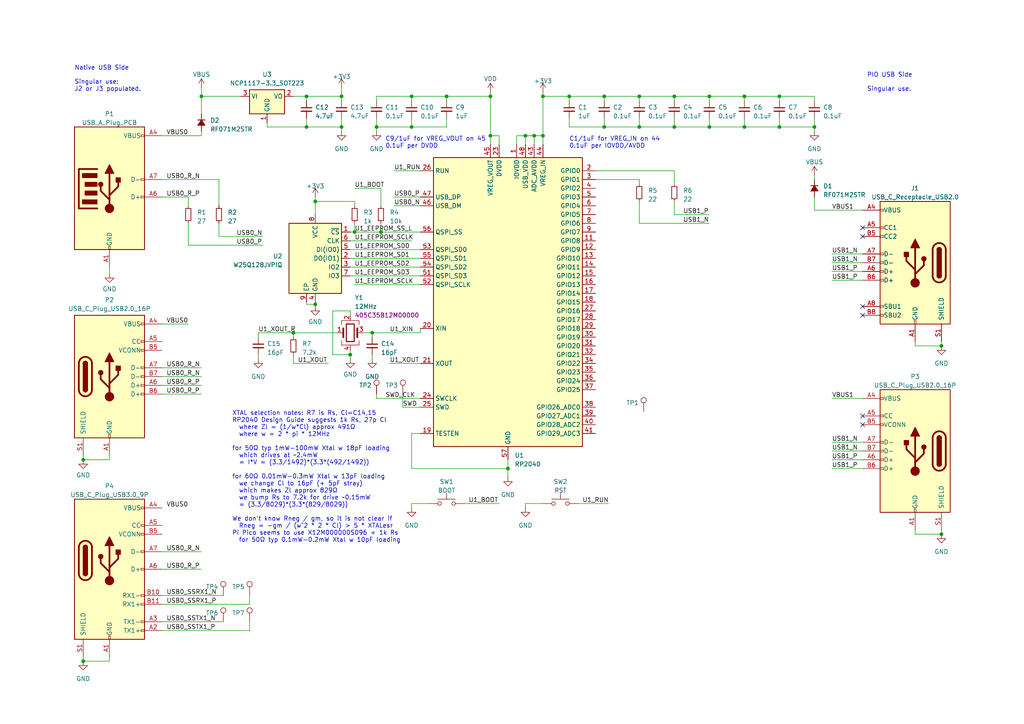
<source format=kicad_sch>
(kicad_sch (version 20230121) (generator eeschema)
  (paper "A4")
  (lib_symbols
    (symbol "Connector:TestPoint" (pin_numbers hide) (pin_names (offset 0.762) hide)
      (property "Reference" "TP" (at 0 6.858 0))
      (property "Value" "TestPoint" (at 0 5.08 0))
      (symbol "TestPoint_1_1"
        (pin passive line (at 0 0 90) (length 2.54) (name "1") (number "1"))
      )
    )
    (symbol "Connector:USB_C_Receptacle_USB2.0" (pin_names (offset 1.016))
      (property "Reference" "J" (at -10.16 19.05 0))
      (property "Value" "USB_C_Receptacle_USB2.0" (at 19.05 19.05 0))
      (symbol "USB_C_Receptacle_USB2.0_1_1"
        (pin passive line (at 0 -22.86 90) (length 5.08) (name "GND") (number "A1"))
        (pin passive line (at 0 -22.86 90) (length 5.08) hide (name "GND") (number "A12"))
        (pin passive line (at 15.24 15.24 180) (length 5.08) (name "VBUS") (number "A4"))
        (pin bidirectional line (at 15.24 10.16 180) (length 5.08) (name "CC1") (number "A5"))
        (pin bidirectional line (at 15.24 -2.54 180) (length 5.08) (name "D+") (number "A6"))
        (pin bidirectional line (at 15.24 2.54 180) (length 5.08) (name "D-") (number "A7"))
        (pin bidirectional line (at 15.24 -12.7 180) (length 5.08) (name "SBU1") (number "A8"))
        (pin passive line (at 15.24 15.24 180) (length 5.08) hide (name "VBUS") (number "A9"))
        (pin passive line (at 0 -22.86 90) (length 5.08) hide (name "GND") (number "B1"))
        (pin passive line (at 0 -22.86 90) (length 5.08) hide (name "GND") (number "B12"))
        (pin passive line (at 15.24 15.24 180) (length 5.08) hide (name "VBUS") (number "B4"))
        (pin bidirectional line (at 15.24 7.62 180) (length 5.08) (name "CC2") (number "B5"))
        (pin bidirectional line (at 15.24 -5.08 180) (length 5.08) (name "D+") (number "B6"))
        (pin bidirectional line (at 15.24 0 180) (length 5.08) (name "D-") (number "B7"))
        (pin bidirectional line (at 15.24 -15.24 180) (length 5.08) (name "SBU2") (number "B8"))
        (pin passive line (at 15.24 15.24 180) (length 5.08) hide (name "VBUS") (number "B9"))
        (pin passive line (at -7.62 -22.86 90) (length 5.08) (name "SHIELD") (number "S1"))
      )
    )
    (symbol "Device:C_Small" (pin_numbers hide) (pin_names (offset 0.254) hide)
      (property "Reference" "C" (at 0.254 1.778 0))
      (property "Value" "C_Small" (at 0.254 -2.032 0))
      (symbol "C_Small_1_1"
        (pin passive line (at 0 2.54 270) (length 2.032) (name "~") (number "1"))
        (pin passive line (at 0 -2.54 90) (length 2.032) (name "~") (number "2"))
      )
    )
    (symbol "Device:Crystal_GND24" (pin_names (offset 1.016) hide)
      (property "Reference" "Y" (at 3.175 5.08 0))
      (property "Value" "Crystal_GND24" (at 3.175 3.175 0))
      (symbol "Crystal_GND24_1_1"
        (pin passive line (at -3.81 0 0) (length 1.27) (name "1") (number "1"))
        (pin passive line (at 0 5.08 270) (length 1.27) (name "2") (number "2"))
        (pin passive line (at 3.81 0 180) (length 1.27) (name "3") (number "3"))
        (pin passive line (at 0 -5.08 90) (length 1.27) (name "4") (number "4"))
      )
    )
    (symbol "Device:D_Small_Filled" (pin_numbers hide) (pin_names (offset 0.254) hide)
      (property "Reference" "D" (at -1.27 2.032 0))
      (property "Value" "D_Small_Filled" (at -3.81 -2.032 0))
      (symbol "D_Small_Filled_1_1"
        (pin passive line (at -2.54 0 0) (length 1.778) (name "K") (number "1"))
        (pin passive line (at 2.54 0 180) (length 1.778) (name "A") (number "2"))
      )
    )
    (symbol "Device:R_Small" (pin_numbers hide) (pin_names (offset 0.254) hide)
      (property "Reference" "R" (at 0.762 0.508 0))
      (property "Value" "R_Small" (at 0.762 -1.016 0))
      (symbol "R_Small_1_1"
        (pin passive line (at 0 2.54 270) (length 0.762) (name "~") (number "1"))
        (pin passive line (at 0 -2.54 90) (length 0.762) (name "~") (number "2"))
      )
    )
    (symbol "MCU_RaspberryPi:RP2040"
      (property "Reference" "U" (at 17.78 45.72 0))
      (property "Value" "RP2040" (at 17.78 43.18 0))
      (symbol "RP2040_1_1"
        (pin power_in line (at 2.54 45.72 270) (length 3.81) (name "IOVDD") (number "1"))
        (pin passive line (at 2.54 45.72 270) (length 3.81) hide (name "IOVDD") (number "10"))
        (pin bidirectional line (at 25.4 17.78 180) (length 3.81) (name "GPIO8") (number "11"))
        (pin bidirectional line (at 25.4 15.24 180) (length 3.81) (name "GPIO9") (number "12"))
        (pin bidirectional line (at 25.4 12.7 180) (length 3.81) (name "GPIO10") (number "13"))
        (pin bidirectional line (at 25.4 10.16 180) (length 3.81) (name "GPIO11") (number "14"))
        (pin bidirectional line (at 25.4 7.62 180) (length 3.81) (name "GPIO12") (number "15"))
        (pin bidirectional line (at 25.4 5.08 180) (length 3.81) (name "GPIO13") (number "16"))
        (pin bidirectional line (at 25.4 2.54 180) (length 3.81) (name "GPIO14") (number "17"))
        (pin bidirectional line (at 25.4 0 180) (length 3.81) (name "GPIO15") (number "18"))
        (pin input line (at -25.4 -38.1 0) (length 3.81) (name "TESTEN") (number "19"))
        (pin bidirectional line (at 25.4 38.1 180) (length 3.81) (name "GPIO0") (number "2"))
        (pin input line (at -25.4 -7.62 0) (length 3.81) (name "XIN") (number "20"))
        (pin passive line (at -25.4 -17.78 0) (length 3.81) (name "XOUT") (number "21"))
        (pin passive line (at 2.54 45.72 270) (length 3.81) hide (name "IOVDD") (number "22"))
        (pin power_in line (at -2.54 45.72 270) (length 3.81) (name "DVDD") (number "23"))
        (pin input line (at -25.4 -27.94 0) (length 3.81) (name "SWCLK") (number "24"))
        (pin bidirectional line (at -25.4 -30.48 0) (length 3.81) (name "SWD") (number "25"))
        (pin input line (at -25.4 38.1 0) (length 3.81) (name "RUN") (number "26"))
        (pin bidirectional line (at 25.4 -2.54 180) (length 3.81) (name "GPIO16") (number "27"))
        (pin bidirectional line (at 25.4 -5.08 180) (length 3.81) (name "GPIO17") (number "28"))
        (pin bidirectional line (at 25.4 -7.62 180) (length 3.81) (name "GPIO18") (number "29"))
        (pin bidirectional line (at 25.4 35.56 180) (length 3.81) (name "GPIO1") (number "3"))
        (pin bidirectional line (at 25.4 -10.16 180) (length 3.81) (name "GPIO19") (number "30"))
        (pin bidirectional line (at 25.4 -12.7 180) (length 3.81) (name "GPIO20") (number "31"))
        (pin bidirectional line (at 25.4 -15.24 180) (length 3.81) (name "GPIO21") (number "32"))
        (pin passive line (at 2.54 45.72 270) (length 3.81) hide (name "IOVDD") (number "33"))
        (pin bidirectional line (at 25.4 -17.78 180) (length 3.81) (name "GPIO22") (number "34"))
        (pin bidirectional line (at 25.4 -20.32 180) (length 3.81) (name "GPIO23") (number "35"))
        (pin bidirectional line (at 25.4 -22.86 180) (length 3.81) (name "GPIO24") (number "36"))
        (pin bidirectional line (at 25.4 -25.4 180) (length 3.81) (name "GPIO25") (number "37"))
        (pin bidirectional line (at 25.4 -30.48 180) (length 3.81) (name "GPIO26_ADC0") (number "38"))
        (pin bidirectional line (at 25.4 -33.02 180) (length 3.81) (name "GPIO27_ADC1") (number "39"))
        (pin bidirectional line (at 25.4 33.02 180) (length 3.81) (name "GPIO2") (number "4"))
        (pin bidirectional line (at 25.4 -35.56 180) (length 3.81) (name "GPIO28_ADC2") (number "40"))
        (pin bidirectional line (at 25.4 -38.1 180) (length 3.81) (name "GPIO29_ADC3") (number "41"))
        (pin passive line (at 2.54 45.72 270) (length 3.81) hide (name "IOVDD") (number "42"))
        (pin power_in line (at 7.62 45.72 270) (length 3.81) (name "ADC_AVDD") (number "43"))
        (pin power_in line (at 10.16 45.72 270) (length 3.81) (name "VREG_IN") (number "44"))
        (pin power_out line (at -5.08 45.72 270) (length 3.81) (name "VREG_VOUT") (number "45"))
        (pin bidirectional line (at -25.4 27.94 0) (length 3.81) (name "USB_DM") (number "46"))
        (pin bidirectional line (at -25.4 30.48 0) (length 3.81) (name "USB_DP") (number "47"))
        (pin power_in line (at 5.08 45.72 270) (length 3.81) (name "USB_VDD") (number "48"))
        (pin passive line (at 2.54 45.72 270) (length 3.81) hide (name "IOVDD") (number "49"))
        (pin bidirectional line (at 25.4 30.48 180) (length 3.81) (name "GPIO3") (number "5"))
        (pin passive line (at -2.54 45.72 270) (length 3.81) hide (name "DVDD") (number "50"))
        (pin bidirectional line (at -25.4 7.62 0) (length 3.81) (name "QSPI_SD3") (number "51"))
        (pin output line (at -25.4 5.08 0) (length 3.81) (name "QSPI_SCLK") (number "52"))
        (pin bidirectional line (at -25.4 15.24 0) (length 3.81) (name "QSPI_SD0") (number "53"))
        (pin bidirectional line (at -25.4 10.16 0) (length 3.81) (name "QSPI_SD2") (number "54"))
        (pin bidirectional line (at -25.4 12.7 0) (length 3.81) (name "QSPI_SD1") (number "55"))
        (pin bidirectional line (at -25.4 20.32 0) (length 3.81) (name "QSPI_SS") (number "56"))
        (pin power_in line (at 0 -45.72 90) (length 3.81) (name "GND") (number "57"))
        (pin bidirectional line (at 25.4 27.94 180) (length 3.81) (name "GPIO4") (number "6"))
        (pin bidirectional line (at 25.4 25.4 180) (length 3.81) (name "GPIO5") (number "7"))
        (pin bidirectional line (at 25.4 22.86 180) (length 3.81) (name "GPIO6") (number "8"))
        (pin bidirectional line (at 25.4 20.32 180) (length 3.81) (name "GPIO7") (number "9"))
      )
    )
    (symbol "Memory_Flash:W25Q32JVZP"
      (property "Reference" "U" (at -6.35 11.43 0))
      (property "Value" "W25Q32JVZP" (at 7.62 11.43 0))
      (symbol "W25Q32JVZP_1_1"
        (pin input line (at -10.16 7.62 0) (length 2.54) (name "~{CS}") (number "1"))
        (pin bidirectional line (at -10.16 0 0) (length 2.54) (name "DO(IO1)") (number "2"))
        (pin bidirectional line (at -10.16 -2.54 0) (length 2.54) (name "IO2") (number "3"))
        (pin power_in line (at 0 -12.7 90) (length 2.54) (name "GND") (number "4"))
        (pin bidirectional line (at -10.16 2.54 0) (length 2.54) (name "DI(IO0)") (number "5"))
        (pin input line (at -10.16 5.08 0) (length 2.54) (name "CLK") (number "6"))
        (pin bidirectional line (at -10.16 -5.08 0) (length 2.54) (name "IO3") (number "7"))
        (pin power_in line (at 0 12.7 270) (length 2.54) (name "VCC") (number "8"))
        (pin passive line (at 2.54 -12.7 90) (length 2.54) (name "EP") (number "9"))
      )
    )
    (symbol "Regulator_Linear:NCP1117-3.3_SOT223"
      (property "Reference" "U" (at -3.81 3.175 0))
      (property "Value" "NCP1117-3.3_SOT223" (at 0 3.175 0))
      (symbol "NCP1117-3.3_SOT223_1_1"
        (pin power_in line (at 0 -7.62 90) (length 2.54) (name "GND") (number "1"))
        (pin power_out line (at 7.62 0 180) (length 2.54) (name "VO") (number "2"))
        (pin power_in line (at -7.62 0 0) (length 2.54) (name "VI") (number "3"))
      )
    )
    (symbol "Switch:SW_Push" (pin_numbers hide) (pin_names (offset 1.016) hide)
      (property "Reference" "SW" (at 1.27 2.54 0))
      (property "Value" "SW_Push" (at 0 -1.524 0))
      (symbol "SW_Push_0_1"
        (pin passive line (at -5.08 0 0) (length 2.54) (name "1") (number "1"))
        (pin passive line (at 5.08 0 180) (length 2.54) (name "2") (number "2"))
      )
    )
    (symbol "power:+3V3" (power) (pin_names (offset 0))
      (property "Value" "+3V3" (at 0 3.556 0))
      (symbol "+3V3_1_1"
        (pin power_in line (at 0 0 90) (length 0) hide (name "+3V3") (number "1"))
      )
    )
    (symbol "power:GND" (power) (pin_names (offset 0))
      (property "Value" "GND" (at 0 -3.81 0))
      (symbol "GND_1_1"
        (pin power_in line (at 0 0 270) (length 0) hide (name "GND") (number "1"))
      )
    )
    (symbol "power:VBUS" (power) (pin_names (offset 0))
      (property "Value" "VBUS" (at 0 3.81 0))
      (symbol "VBUS_1_1"
        (pin power_in line (at 0 0 90) (length 0) hide (name "VBUS") (number "1"))
      )
    )
    (symbol "power:VDD" (power) (pin_names (offset 0))
      (property "Value" "VDD" (at 0 3.81 0))
      (symbol "VDD_1_1"
        (pin power_in line (at 0 0 90) (length 0) hide (name "VDD") (number "1"))
      )
    )
    (symbol "uart-friend2-usb:USB_A_Plug_PCB" (pin_names (offset 1.016))
      (property "Reference" "P" (at -10.16 19.05 0))
      (property "Value" "USB_A_Plug_PCB" (at 12.7 19.05 0))
      (symbol "USB_A_Plug_PCB_1_1"
        (pin passive line (at 0 -22.86 90) (length 5.08) (name "GND") (number "A1"))
        (pin passive line (at 0 -22.86 90) (length 5.08) hide (name "GND") (number "A12"))
        (pin passive line (at 15.24 15.24 180) (length 5.08) (name "VBUS") (number "A4"))
        (pin bidirectional line (at 15.24 -2.54 180) (length 5.08) (name "D+") (number "A6"))
        (pin bidirectional line (at 15.24 2.54 180) (length 5.08) (name "D-") (number "A7"))
        (pin passive line (at 15.24 15.24 180) (length 5.08) hide (name "VBUS") (number "A9"))
        (pin passive line (at 0 -22.86 90) (length 5.08) hide (name "GND") (number "B1"))
        (pin passive line (at 0 -22.86 90) (length 5.08) hide (name "GND") (number "B12"))
        (pin passive line (at 15.24 15.24 180) (length 5.08) hide (name "VBUS") (number "B4"))
        (pin passive line (at 15.24 15.24 180) (length 5.08) hide (name "VBUS") (number "B9"))
      )
    )
    (symbol "uart-friend2-usb:USB_C_Plug_USB2.0_16P" (pin_names (offset 1.016))
      (property "Reference" "P" (at -10.16 19.05 0))
      (property "Value" "USB_C_Plug_USB2.0_16P" (at 12.7 19.05 0))
      (symbol "USB_C_Plug_USB2.0_16P_1_1"
        (pin passive line (at 0 -22.86 90) (length 5.08) (name "GND") (number "A1"))
        (pin passive line (at 0 -22.86 90) (length 5.08) hide (name "GND") (number "A12"))
        (pin passive line (at 15.24 15.24 180) (length 5.08) (name "VBUS") (number "A4"))
        (pin bidirectional line (at 15.24 10.16 180) (length 5.08) (name "CC") (number "A5"))
        (pin bidirectional line (at 15.24 -2.54 180) (length 5.08) (name "D+") (number "A6"))
        (pin bidirectional line (at 15.24 2.54 180) (length 5.08) (name "D-") (number "A7"))
        (pin passive line (at 15.24 15.24 180) (length 5.08) hide (name "VBUS") (number "A9"))
        (pin passive line (at 0 -22.86 90) (length 5.08) hide (name "GND") (number "B1"))
        (pin passive line (at 0 -22.86 90) (length 5.08) hide (name "GND") (number "B12"))
        (pin passive line (at 15.24 15.24 180) (length 5.08) hide (name "VBUS") (number "B4"))
        (pin bidirectional line (at 15.24 7.62 180) (length 5.08) (name "VCONN") (number "B5"))
        (pin bidirectional line (at 15.24 -5.08 180) (length 5.08) (name "D+") (number "B6"))
        (pin bidirectional line (at 15.24 0 180) (length 5.08) (name "D-") (number "B7"))
        (pin passive line (at 15.24 15.24 180) (length 5.08) hide (name "VBUS") (number "B9"))
        (pin passive line (at -7.62 -22.86 90) (length 5.08) (name "SHIELD") (number "S1"))
      )
    )
    (symbol "uart-friend2-usb:USB_C_Plug_USB3.0_9P" (pin_names (offset 1.016))
      (property "Reference" "P" (at -10.16 19.05 0))
      (property "Value" "USB_C_Plug_USB3.0_9P" (at 12.7 19.05 0))
      (symbol "USB_C_Plug_USB3.0_9P_1_1"
        (pin passive line (at 0 -27.94 90) (length 5.08) (name "GND") (number "A1"))
        (pin passive line (at 0 -27.94 90) (length 5.08) hide (name "GND") (number "A12"))
        (pin bidirectional line (at 15.24 -20.32 180) (length 5.08) (name "TX1+") (number "A2"))
        (pin bidirectional line (at 15.24 -17.78 180) (length 5.08) (name "TX1-") (number "A3"))
        (pin passive line (at 15.24 15.24 180) (length 5.08) (name "VBUS") (number "A4"))
        (pin bidirectional line (at 15.24 10.16 180) (length 5.08) (name "CC") (number "A5"))
        (pin bidirectional line (at 15.24 -2.54 180) (length 5.08) (name "D+") (number "A6"))
        (pin bidirectional line (at 15.24 2.54 180) (length 5.08) (name "D-") (number "A7"))
        (pin passive line (at 15.24 15.24 180) (length 5.08) hide (name "VBUS") (number "A9"))
        (pin passive line (at 0 -27.94 90) (length 5.08) hide (name "GND") (number "B1"))
        (pin bidirectional line (at 15.24 -10.16 180) (length 5.08) (name "RX1-") (number "B10"))
        (pin bidirectional line (at 15.24 -12.7 180) (length 5.08) (name "RX1+") (number "B11"))
        (pin passive line (at 0 -27.94 90) (length 5.08) hide (name "GND") (number "B12"))
        (pin passive line (at 15.24 15.24 180) (length 5.08) hide (name "VBUS") (number "B4"))
        (pin bidirectional line (at 15.24 7.62 180) (length 5.08) (name "VCONN") (number "B5"))
        (pin passive line (at 15.24 15.24 180) (length 5.08) hide (name "VBUS") (number "B9"))
        (pin passive line (at -7.62 -27.94 90) (length 5.08) (name "SHIELD") (number "S1"))
      )
    )
  )
  (junction (at 109.22 36.83))
  (junction (at 185.42 36.83))
  (junction (at 205.74 36.83))
  (junction (at 154.94 39.37))
  (junction (at 24.13 133.35))
  (junction (at 142.24 39.37))
  (junction (at 185.42 27.94))
  (junction (at 102.87 67.31))
  (junction (at 88.9 27.94))
  (junction (at 226.06 36.83))
  (junction (at 147.32 135.89))
  (junction (at 175.26 36.83))
  (junction (at 195.58 36.83))
  (junction (at 273.05 100.33))
  (junction (at 152.4 39.37))
  (junction (at 101.6 102.87))
  (junction (at 110.49 67.31))
  (junction (at 236.22 36.83))
  (junction (at 157.48 39.37))
  (junction (at 273.05 154.94))
  (junction (at 91.44 88.265))
  (junction (at 85.09 96.52))
  (junction (at 165.1 27.94))
  (junction (at 99.06 36.83))
  (junction (at 205.74 27.94))
  (junction (at 119.38 36.83))
  (junction (at 142.24 27.94))
  (junction (at 157.48 27.94))
  (junction (at 88.9 36.83))
  (junction (at 58.42 27.94))
  (junction (at 24.13 191.77))
  (junction (at 195.58 27.94))
  (junction (at 99.06 27.94))
  (junction (at 175.26 27.94))
  (junction (at 119.38 27.94))
  (junction (at 91.44 58.42))
  (junction (at 215.9 27.94))
  (junction (at 226.06 27.94))
  (junction (at 107.95 96.52))
  (junction (at 215.9 36.83))
  (junction (at 129.54 27.94))
  (no_connect (at 250.19 88.9))
  (no_connect (at 250.19 123.19))
  (no_connect (at 250.19 68.58))
  (no_connect (at 250.19 91.44))
  (no_connect (at 250.19 120.65))
  (no_connect (at 250.19 66.04))
  (wire (pts (xy 236.22 36.83) (xy 226.06 36.83)))
  (wire (pts (xy 101.6 74.93) (xy 121.92 74.93)))
  (wire (pts (xy 241.3 130.81) (xy 250.19 130.81)))
  (wire (pts (xy 236.22 50.8) (xy 236.22 52.07)))
  (wire (pts (xy 110.49 54.61) (xy 102.87 54.61)))
  (wire (pts (xy 241.3 133.35) (xy 250.19 133.35)))
  (wire (pts (xy 185.42 34.29) (xy 185.42 36.83)))
  (wire (pts (xy 46.99 175.26) (xy 72.39 175.26)))
  (wire (pts (xy 273.05 99.06) (xy 273.05 100.33)))
  (wire (pts (xy 205.74 29.21) (xy 205.74 27.94)))
  (wire (pts (xy 46.99 182.88) (xy 72.39 182.88)))
  (wire (pts (xy 102.87 67.31) (xy 110.49 67.31)))
  (wire (pts (xy 110.49 59.69) (xy 110.49 54.61)))
  (wire (pts (xy 134.62 146.05) (xy 144.78 146.05)))
  (wire (pts (xy 85.09 96.52) (xy 97.79 96.52)))
  (wire (pts (xy 107.95 96.52) (xy 107.95 97.79)))
  (wire (pts (xy 273.05 154.94) (xy 265.43 154.94)))
  (wire (pts (xy 114.3 49.53) (xy 121.92 49.53)))
  (wire (pts (xy 142.24 27.94) (xy 142.24 39.37)))
  (wire (pts (xy 102.87 82.55) (xy 121.92 82.55)))
  (wire (pts (xy 149.86 39.37) (xy 152.4 39.37)))
  (wire (pts (xy 54.61 71.12) (xy 54.61 64.77)))
  (wire (pts (xy 119.38 135.89) (xy 119.38 125.73)))
  (wire (pts (xy 88.9 36.83) (xy 88.9 34.29)))
  (wire (pts (xy 205.74 34.29) (xy 205.74 36.83)))
  (wire (pts (xy 114.3 59.69) (xy 121.92 59.69)))
  (wire (pts (xy 88.9 27.94) (xy 88.9 29.21)))
  (wire (pts (xy 175.26 36.83) (xy 165.1 36.83)))
  (wire (pts (xy 236.22 27.94) (xy 226.06 27.94)))
  (wire (pts (xy 109.22 27.94) (xy 109.22 29.21)))
  (wire (pts (xy 119.38 27.94) (xy 119.38 29.21)))
  (wire (pts (xy 175.26 29.21) (xy 175.26 27.94)))
  (wire (pts (xy 91.44 88.265) (xy 91.44 88.9)))
  (wire (pts (xy 152.4 147.32) (xy 152.4 146.05)))
  (wire (pts (xy 147.32 133.35) (xy 147.32 135.89)))
  (wire (pts (xy 175.26 27.94) (xy 165.1 27.94)))
  (wire (pts (xy 195.58 53.34) (xy 195.58 49.53)))
  (wire (pts (xy 91.44 87.63) (xy 91.44 88.265)))
  (wire (pts (xy 129.54 27.94) (xy 119.38 27.94)))
  (wire (pts (xy 205.74 27.94) (xy 195.58 27.94)))
  (wire (pts (xy 119.38 147.32) (xy 119.38 146.05)))
  (wire (pts (xy 109.22 36.83) (xy 109.22 38.1)))
  (wire (pts (xy 205.74 36.83) (xy 195.58 36.83)))
  (wire (pts (xy 241.3 135.89) (xy 250.19 135.89)))
  (wire (pts (xy 119.38 36.83) (xy 109.22 36.83)))
  (wire (pts (xy 142.24 26.67) (xy 142.24 27.94)))
  (wire (pts (xy 85.09 97.79) (xy 85.09 96.52)))
  (wire (pts (xy 215.9 34.29) (xy 215.9 36.83)))
  (wire (pts (xy 99.06 34.29) (xy 99.06 36.83)))
  (wire (pts (xy 215.9 27.94) (xy 205.74 27.94)))
  (wire (pts (xy 250.19 115.57) (xy 241.3 115.57)))
  (wire (pts (xy 185.42 52.07) (xy 185.42 53.34)))
  (wire (pts (xy 121.92 115.57) (xy 109.22 115.57)))
  (wire (pts (xy 265.43 99.06) (xy 265.43 100.33)))
  (wire (pts (xy 185.42 58.42) (xy 185.42 64.77)))
  (wire (pts (xy 58.42 33.02) (xy 58.42 27.94)))
  (wire (pts (xy 31.75 191.77) (xy 31.75 190.5)))
  (wire (pts (xy 241.3 76.2) (xy 250.19 76.2)))
  (wire (pts (xy 236.22 29.21) (xy 236.22 27.94)))
  (wire (pts (xy 46.99 180.34) (xy 64.77 180.34)))
  (wire (pts (xy 195.58 62.23) (xy 205.74 62.23)))
  (wire (pts (xy 195.58 49.53) (xy 172.72 49.53)))
  (wire (pts (xy 195.58 58.42) (xy 195.58 62.23)))
  (wire (pts (xy 250.19 60.96) (xy 236.22 60.96)))
  (wire (pts (xy 24.13 132.08) (xy 24.13 133.35)))
  (wire (pts (xy 96.52 102.87) (xy 96.52 90.17)))
  (wire (pts (xy 195.58 34.29) (xy 195.58 36.83)))
  (wire (pts (xy 101.6 77.47) (xy 121.92 77.47)))
  (wire (pts (xy 24.13 190.5) (xy 24.13 191.77)))
  (wire (pts (xy 107.95 96.52) (xy 121.92 96.52)))
  (wire (pts (xy 99.06 25.4) (xy 99.06 27.94)))
  (wire (pts (xy 46.99 109.22) (xy 58.42 109.22)))
  (wire (pts (xy 101.6 90.17) (xy 101.6 91.44)))
  (wire (pts (xy 116.84 118.11) (xy 121.92 118.11)))
  (wire (pts (xy 165.1 27.94) (xy 157.48 27.94)))
  (wire (pts (xy 77.47 36.83) (xy 77.47 35.56)))
  (wire (pts (xy 74.93 97.79) (xy 74.93 96.52)))
  (wire (pts (xy 54.61 59.69) (xy 54.61 57.15)))
  (wire (pts (xy 185.42 27.94) (xy 175.26 27.94)))
  (wire (pts (xy 63.5 68.58) (xy 76.2 68.58)))
  (wire (pts (xy 226.06 29.21) (xy 226.06 27.94)))
  (wire (pts (xy 172.72 52.07) (xy 185.42 52.07)))
  (wire (pts (xy 109.22 115.57) (xy 109.22 114.3)))
  (wire (pts (xy 46.99 172.72) (xy 64.77 172.72)))
  (wire (pts (xy 46.99 111.76) (xy 58.42 111.76)))
  (wire (pts (xy 175.26 34.29) (xy 175.26 36.83)))
  (wire (pts (xy 273.05 153.67) (xy 273.05 154.94)))
  (wire (pts (xy 119.38 34.29) (xy 119.38 36.83)))
  (wire (pts (xy 110.49 64.77) (xy 110.49 67.31)))
  (wire (pts (xy 152.4 39.37) (xy 154.94 39.37)))
  (wire (pts (xy 114.3 57.15) (xy 121.92 57.15)))
  (wire (pts (xy 101.6 80.01) (xy 121.92 80.01)))
  (wire (pts (xy 99.06 36.83) (xy 88.9 36.83)))
  (wire (pts (xy 109.22 34.29) (xy 109.22 36.83)))
  (wire (pts (xy 265.43 154.94) (xy 265.43 153.67)))
  (wire (pts (xy 101.6 102.87) (xy 96.52 102.87)))
  (wire (pts (xy 91.44 58.42) (xy 91.44 62.23)))
  (wire (pts (xy 58.42 38.1) (xy 58.42 39.37)))
  (wire (pts (xy 102.87 58.42) (xy 102.87 59.69)))
  (wire (pts (xy 46.99 106.68) (xy 58.42 106.68)))
  (wire (pts (xy 46.99 165.1) (xy 58.42 165.1)))
  (wire (pts (xy 157.48 39.37) (xy 157.48 41.91)))
  (wire (pts (xy 110.49 67.31) (xy 121.92 67.31)))
  (wire (pts (xy 241.3 81.28) (xy 250.19 81.28)))
  (wire (pts (xy 147.32 135.89) (xy 119.38 135.89)))
  (wire (pts (xy 58.42 25.4) (xy 58.42 27.94)))
  (wire (pts (xy 129.54 34.29) (xy 129.54 36.83)))
  (wire (pts (xy 101.6 101.6) (xy 101.6 102.87)))
  (wire (pts (xy 72.39 182.88) (xy 72.39 180.34)))
  (wire (pts (xy 58.42 39.37) (xy 46.99 39.37)))
  (wire (pts (xy 226.06 36.83) (xy 215.9 36.83)))
  (wire (pts (xy 185.42 36.83) (xy 175.26 36.83)))
  (wire (pts (xy 167.64 146.05) (xy 176.53 146.05)))
  (wire (pts (xy 157.48 27.94) (xy 157.48 39.37)))
  (wire (pts (xy 195.58 36.83) (xy 185.42 36.83)))
  (wire (pts (xy 76.2 71.12) (xy 54.61 71.12)))
  (wire (pts (xy 91.44 57.15) (xy 91.44 58.42)))
  (wire (pts (xy 101.6 102.87) (xy 101.6 104.14)))
  (wire (pts (xy 24.13 133.35) (xy 31.75 133.35)))
  (wire (pts (xy 147.32 135.89) (xy 147.32 138.43)))
  (wire (pts (xy 236.22 60.96) (xy 236.22 57.15)))
  (wire (pts (xy 101.6 67.31) (xy 102.87 67.31)))
  (wire (pts (xy 149.86 41.91) (xy 149.86 39.37)))
  (wire (pts (xy 165.1 29.21) (xy 165.1 27.94)))
  (wire (pts (xy 215.9 29.21) (xy 215.9 27.94)))
  (wire (pts (xy 101.6 69.85) (xy 119.38 69.85)))
  (wire (pts (xy 31.75 77.47) (xy 31.75 79.375)))
  (wire (pts (xy 185.42 29.21) (xy 185.42 27.94)))
  (wire (pts (xy 74.93 102.87) (xy 74.93 104.14)))
  (wire (pts (xy 241.3 128.27) (xy 250.19 128.27)))
  (wire (pts (xy 101.6 72.39) (xy 121.92 72.39)))
  (wire (pts (xy 99.06 36.83) (xy 99.06 38.1)))
  (wire (pts (xy 144.78 39.37) (xy 142.24 39.37)))
  (wire (pts (xy 195.58 29.21) (xy 195.58 27.94)))
  (wire (pts (xy 102.87 64.77) (xy 102.87 67.31)))
  (wire (pts (xy 152.4 146.05) (xy 157.48 146.05)))
  (wire (pts (xy 129.54 29.21) (xy 129.54 27.94)))
  (wire (pts (xy 154.94 41.91) (xy 154.94 39.37)))
  (wire (pts (xy 46.99 114.3) (xy 58.42 114.3)))
  (wire (pts (xy 241.3 78.74) (xy 250.19 78.74)))
  (wire (pts (xy 63.5 64.77) (xy 63.5 68.58)))
  (wire (pts (xy 46.99 160.02) (xy 58.42 160.02)))
  (wire (pts (xy 215.9 36.83) (xy 205.74 36.83)))
  (wire (pts (xy 54.61 57.15) (xy 46.99 57.15)))
  (wire (pts (xy 91.44 88.265) (xy 88.9 88.265)))
  (wire (pts (xy 236.22 36.83) (xy 236.22 38.1)))
  (wire (pts (xy 85.09 105.41) (xy 95.25 105.41)))
  (wire (pts (xy 88.9 27.94) (xy 99.06 27.94)))
  (wire (pts (xy 88.9 27.94) (xy 85.09 27.94)))
  (wire (pts (xy 154.94 39.37) (xy 157.48 39.37)))
  (wire (pts (xy 152.4 41.91) (xy 152.4 39.37)))
  (wire (pts (xy 195.58 27.94) (xy 185.42 27.94)))
  (wire (pts (xy 72.39 175.26) (xy 72.39 172.72)))
  (wire (pts (xy 226.06 34.29) (xy 226.06 36.83)))
  (wire (pts (xy 165.1 34.29) (xy 165.1 36.83)))
  (wire (pts (xy 226.06 27.94) (xy 215.9 27.94)))
  (wire (pts (xy 129.54 27.94) (xy 142.24 27.94)))
  (wire (pts (xy 63.5 52.07) (xy 46.99 52.07)))
  (wire (pts (xy 88.9 36.83) (xy 77.47 36.83)))
  (wire (pts (xy 74.93 96.52) (xy 85.09 96.52)))
  (wire (pts (xy 144.78 41.91) (xy 144.78 39.37)))
  (wire (pts (xy 58.42 27.94) (xy 69.85 27.94)))
  (wire (pts (xy 91.44 58.42) (xy 102.87 58.42)))
  (wire (pts (xy 236.22 34.29) (xy 236.22 36.83)))
  (wire (pts (xy 119.38 146.05) (xy 124.46 146.05)))
  (wire (pts (xy 46.99 93.98) (xy 54.61 93.98)))
  (wire (pts (xy 129.54 36.83) (xy 119.38 36.83)))
  (wire (pts (xy 119.38 27.94) (xy 109.22 27.94)))
  (wire (pts (xy 107.95 102.87) (xy 107.95 104.14)))
  (wire (pts (xy 24.13 191.77) (xy 31.75 191.77)))
  (wire (pts (xy 119.38 125.73) (xy 121.92 125.73)))
  (wire (pts (xy 99.06 27.94) (xy 99.06 29.21)))
  (wire (pts (xy 63.5 59.69) (xy 63.5 52.07)))
  (wire (pts (xy 142.24 39.37) (xy 142.24 41.91)))
  (wire (pts (xy 113.03 105.41) (xy 121.92 105.41)))
  (wire (pts (xy 116.84 114.3) (xy 116.84 118.11)))
  (wire (pts (xy 105.41 96.52) (xy 107.95 96.52)))
  (wire (pts (xy 121.92 96.52) (xy 121.92 95.25)))
  (wire (pts (xy 265.43 100.33) (xy 273.05 100.33)))
  (wire (pts (xy 241.3 73.66) (xy 250.19 73.66)))
  (wire (pts (xy 185.42 64.77) (xy 205.74 64.77)))
  (wire (pts (xy 85.09 102.87) (xy 85.09 105.41)))
  (wire (pts (xy 96.52 90.17) (xy 101.6 90.17)))
  (wire (pts (xy 31.75 132.08) (xy 31.75 133.35)))
  (wire (pts (xy 157.48 26.67) (xy 157.48 27.94)))
  (wire (pts (xy 88.9 88.265) (xy 88.9 87.63)))
  (text "Native USB Side\n\nSingular use;\nJ2 or J3 populated." (at 21.59 26.67 0) (effects (font (size 1.27 1.27)) (justify left bottom)))
  (text "C9/1uF for VREG_VOUT on 45\n0.1uF per DVDD" (at 111.76 43.18 0) (effects (font (size 1.27 1.27)) (justify left bottom)))
  (text "PIO USB Side\n\nSingular use." (at 251.46 26.67 0) (effects (font (size 1.27 1.27)) (justify left bottom)))
  (text "C1/1uF for VREG_IN on 44\n0.1uF per IOVDD/AVDD" (at 165.1 43.18 0) (effects (font (size 1.27 1.27)) (justify left bottom)))
  (text "XTAL selection notes: R7 is Rs, Cl=C14,15\nRP2040 Design Guide suggests 1k Rs, 27p Cl\n  where Zl = (1/w*Cl) approx 491Ω\n  where w = 2 * pi * 12MHz\n\nfor 50Ω typ 1mW-100mW Xtal w 18pF loading\n  which drives at ~2.4mW\n  = I*V = (3.3/1492)*(3.3*(492/1492))\n\nfor 60Ω 0.01mW-0.3mW Xtal w 13pF loading\n  we change Cl to 16pF (+ 5pF stray)\n  which makes Zl approx 829Ω\n  we bump Rs to 7.2k for drive ~0.15mW\n  = (3.3/8029)*(3.3*(829/8029))\n\nWe don't know Rneg / gm, so it is not clear if\n  Rneg = -gm / (w^2 * 2 * Cl) > 5 * XTALesr\nPi Pico seems to use X12M000000S096 + 1k Rs\n  for 50Ω typ 0.1mW-0.2mW Xtal w 10pF loading\n" (at 67.31 157.48 0) (effects (font (size 1.27 1.27)) (justify left bottom)))
  (label "U1_EEPROM_SS_L" (at 102.87 67.31 0))
  (label "U1_EEPROM_SD2" (at 102.8224 77.481 0))
  (label "U1_XOUT" (at 113.03 105.41 0))
  (label "USB1_P" (at 241.3 81.28 0))
  (label "U1_RUN" (at 168.91 146.05 0))
  (label "USB0_R_N" (at 48.26 106.68 0))
  (label "USB0_R_N" (at 48.26 52.07 0))
  (label "USB1_N" (at 241.3 130.81 0))
  (label "USB1_P" (at 241.3 135.89 0))
  (label "U1_XIN" (at 113.03 96.52 0))
  (label "U1_EEPROM_SD3" (at 102.87 80.01 0))
  (label "USB0_P" (at 68.58 71.12 0))
  (label "VBUS0" (at 48.26 147.32 0))
  (label "USB1_N" (at 241.3 128.27 0))
  (label "U1_XOUT_R" (at 74.93 96.52 0))
  (label "U1_BOOT" (at 102.87 54.61 0))
  (label "VBUS1" (at 241.3 115.57 0))
  (label "SWD_CLK" (at 111.76 115.57 0))
  (label "USB0_SSRX1_P" (at 48.26 175.26 0))
  (label "USB0_R_P" (at 48.26 114.3 0))
  (label "USB0_SSRX1_N" (at 48.26 172.72 0))
  (label "U1_EEPROM_SD1" (at 102.87 74.93 0))
  (label "U1_XOUT" (at 86.36 105.41 0))
  (label "U1_EEPROM_SCLK" (at 102.87 82.55 0))
  (label "U1_BOOT" (at 135.89 146.05 0))
  (label "VBUS0" (at 48.26 93.98 0))
  (label "USB1_P" (at 241.3 78.74 0))
  (label "USB0_N" (at 114.3 59.69 0))
  (label "USB0_N" (at 68.58 68.58 0))
  (label "USB0_R_N" (at 48.26 109.22 0))
  (label "USB0_SSTX1_P" (at 48.26 182.88 0))
  (label "USB1_N" (at 241.3 73.66 0))
  (label "USB1_P" (at 241.3 133.35 0))
  (label "USB0_R_P" (at 48.26 165.1 0))
  (label "SWD" (at 116.84 118.11 0))
  (label "U1_EEPROM_SD0" (at 102.87 72.39 0))
  (label "USB0_R_N" (at 48.26 160.02 0))
  (label "VBUS0" (at 48.26 39.37 0))
  (label "VBUS1" (at 241.3 60.96 0))
  (label "USB0_P" (at 114.3 57.15 0))
  (label "USB0_SSTX1_N" (at 48.26 180.34 0))
  (label "USB0_R_P" (at 48.26 57.15 0))
  (label "USB1_P" (at 198.12 62.23 0))
  (label "USB0_R_P" (at 48.26 111.76 0))
  (label "U1_RUN" (at 114.3 49.53 0))
  (label "U1_EEPROM_SCLK" (at 102.87 69.85 0))
  (label "USB1_N" (at 198.12 64.77 0))
  (label "USB1_N" (at 241.3 76.2 0))
  (symbol (lib_id "power:+3V3") (at 99.06 25.4 0) (unit 1)
    (property "Reference" "#PWR012" (effects hide))
    (property "Value" "+3V3" (at 99.06 22.225 0))
  )
  (symbol (lib_id "Connector:TestPoint") (at 64.77 180.34 0) (unit 1)
    (property "Reference" "TP6" (at 59.69 177.8 0) (effects (justify left)))
    (property "Value" "TestPoint" (effects hide))
    (property "Footprint" "TestPoint:TestPoint_Pad_1.0x1.0mm" (effects hide))
  )
  (symbol (lib_id "Device:C_Small") (at 74.93 100.33 0) (unit 1)
    (property "Reference" "C15" (at 77.47 99.7013 0) (effects (justify left)))
    (property "Value" "16pF" (at 77.47 102.2413 0) (effects (justify left)))
    (property "Footprint" "Capacitor_SMD:C_0402_1005Metric" (effects hide))
  )
  (symbol (lib_id "Device:C_Small") (at 205.74 31.75 0) (unit 1)
    (property "Reference" "C5" (at 208.28 31.1213 0) (effects (justify left)))
    (property "Value" "0.1uF" (at 208.28 33.6613 0) (effects (justify left)))
    (property "Footprint" "Capacitor_SMD:C_0402_1005Metric" (effects hide))
  )
  (symbol (lib_id "Device:C_Small") (at 175.26 31.75 0) (unit 1)
    (property "Reference" "C2" (at 177.8 31.1213 0) (effects (justify left)))
    (property "Value" "0.1uF" (at 177.8 33.6613 0) (effects (justify left)))
    (property "Footprint" "Capacitor_SMD:C_0402_1005Metric" (effects hide))
  )
  (symbol (lib_id "power:GND") (at 236.22 38.1 0) (unit 1)
    (property "Reference" "#PWR010" (effects hide))
    (property "Value" "GND" (at 236.22 43.18 0))
  )
  (symbol (lib_id "power:GND") (at 24.13 191.77 0) (unit 1)
    (property "Reference" "#PWR06" (effects hide))
    (property "Value" "GND" (at 24.13 196.85 0))
  )
  (symbol (lib_id "Memory_Flash:W25Q32JVZP") (at 91.44 74.93 0) (mirror y) (unit 1)
    (property "Reference" "U2" (at 81.915 74.295 0) (effects (justify left)))
    (property "Value" "W25Q128JVPIQ" (at 81.915 76.835 0) (effects (justify left)))
    (property "Footprint" "Package_SON:WSON-8-1EP_6x5mm_P1.27mm_EP3.4x4.3mm" (effects hide))
    (property "Datasheet" "http://www.winbond.com/resource-files/w25q32jv%20revg%2003272018%20plus.pdf" (effects hide))
    (property "Mfg" "Winbond" (effects hide))
    (property "Mfg PN" "W25Q128JVPIQ" (effects hide))
  )
  (symbol (lib_id "power:GND") (at 119.38 147.32 0) (unit 1)
    (property "Reference" "#PWR013" (effects hide))
    (property "Value" "GND" (at 119.38 152.4 0))
  )
  (symbol (lib_id "power:GND") (at 24.13 133.35 0) (unit 1)
    (property "Reference" "#PWR05" (effects hide))
    (property "Value" "GND" (at 24.13 137.795 0))
  )
  (symbol (lib_id "Device:R_Small") (at 102.87 62.23 0) (unit 1)
    (property "Reference" "R3" (at 105.41 61.595 0) (effects (justify left)))
    (property "Value" "1k" (at 105.41 64.135 0) (effects (justify left)))
    (property "Footprint" "Resistor_SMD:R_0402_1005Metric" (effects hide))
  )
  (symbol (lib_id "power:GND") (at 91.44 88.9 0) (unit 1)
    (property "Reference" "#PWR07" (effects hide))
    (property "Value" "GND" (at 91.44 93.345 0))
  )
  (symbol (lib_id "uart-friend2-usb:USB_C_Plug_USB2.0_16P") (at 31.75 109.22 0) (unit 1)
    (property "Reference" "P2" (at 31.75 86.995 0))
    (property "Value" "USB_C_Plug_USB2.0_16P" (at 31.75 89.535 0))
    (property "Footprint" "uart-friend2-usb-special:USB_C_Plug_YIYUAN_YTC-TC16S-128_16P_Vertical" (effects hide))
    (property "Datasheet" "https://www.usb.org/sites/default/files/documents/usb_type-c.zip" (effects hide))
    (property "Mfg" "YIYUAN" (effects hide))
    (property "Mfg PN" "YTC-TC16S-128" (effects hide))
  )
  (symbol (lib_id "Device:C_Small") (at 195.58 31.75 0) (unit 1)
    (property "Reference" "C4" (at 198.12 31.1213 0) (effects (justify left)))
    (property "Value" "0.1uF" (at 198.12 33.6613 0) (effects (justify left)))
    (property "Footprint" "Capacitor_SMD:C_0402_1005Metric" (effects hide))
  )
  (symbol (lib_id "Device:C_Small") (at 107.95 100.33 0) (unit 1)
    (property "Reference" "C14" (at 110.49 99.7013 0) (effects (justify left)))
    (property "Value" "16pF" (at 110.49 102.2413 0) (effects (justify left)))
    (property "Footprint" "Capacitor_SMD:C_0402_1005Metric" (effects hide))
  )
  (symbol (lib_id "Device:C_Small") (at 236.22 31.75 0) (unit 1)
    (property "Reference" "C8" (at 238.76 31.1213 0) (effects (justify left)))
    (property "Value" "0.1uF" (at 238.76 33.6613 0) (effects (justify left)))
    (property "Footprint" "Capacitor_SMD:C_0402_1005Metric" (effects hide))
  )
  (symbol (lib_id "Device:D_Small_Filled") (at 236.22 54.61 270) (unit 1)
    (property "Reference" "D1" (at 238.76 53.975 90) (effects (justify left)))
    (property "Value" "RF071M2STR" (at 238.76 56.515 90) (effects (justify left)))
    (property "Footprint" "Diode_SMD:D_SOD-123F" (effects hide))
    (property "Sim.Device" "D" (effects hide))
    (property "Sim.Pins" "1=K 2=A" (effects hide))
    (property "Mfg" "Rohm" (effects hide))
    (property "Mfg PN" "RF071M2STR" (effects hide))
    (property "Mfg2" "Micro Commercial Co" (effects hide))
    (property "Mfg2 PN" "MBR0540-TP" (effects hide))
  )
  (symbol (lib_id "Device:C_Small") (at 226.06 31.75 0) (unit 1)
    (property "Reference" "C7" (at 228.6 31.1213 0) (effects (justify left)))
    (property "Value" "0.1uF" (at 228.6 33.6613 0) (effects (justify left)))
    (property "Footprint" "Capacitor_SMD:C_0402_1005Metric" (effects hide))
  )
  (symbol (lib_id "Connector:USB_C_Receptacle_USB2.0") (at 265.43 76.2 0) (mirror y) (unit 1)
    (property "Reference" "J1" (at 264.16 54.61 0) (effects (justify right)))
    (property "Value" "USB_C_Receptacle_USB2.0" (at 252.73 57.15 0) (effects (justify right)))
    (property "Footprint" "Connector_USB:USB_C_Receptacle_GCT_USB4135-GF-A_6P_TopMnt_Horizontal" (effects hide))
    (property "Datasheet" "https://www.usb.org/sites/default/files/documents/usb_type-c.zip" (effects hide))
    (property "Mfg" "SHOU HAN" (effects hide))
    (property "Mfg PN" "TYPE-C-6P-073" (effects hide))
  )
  (symbol (lib_id "power:GND") (at 109.22 38.1 0) (unit 1)
    (property "Reference" "#PWR011" (effects hide))
    (property "Value" "GND" (at 109.22 43.18 0))
  )
  (symbol (lib_id "Device:Crystal_GND24") (at 101.6 96.52 0) (unit 1)
    (property "Reference" "Y1" (at 102.87 86.36 0) (effects (justify left)))
    (property "Value" "12MHz" (at 102.87 88.9 0) (effects (justify left)))
    (property "Footprint" "Crystal:Crystal_SMD_5032-4Pin_5.0x3.2mm" (effects hide))
    (property "Mfg" "CTS" (effects hide))
    (property "Mfg PN" "405C35B12M00000" (at 102.87 91.44 0) (effects (justify left)))
    (property "Mfg2" "ILSI" (effects hide))
    (property "Mfg2 PN" "IXA20-FBFF12-12.000MHZ" (effects hide))
  )
  (symbol (lib_id "power:GND") (at 31.75 79.375 0) (unit 1)
    (property "Reference" "#PWR04" (effects hide))
    (property "Value" "GND" (at 31.75 83.82 0))
  )
  (symbol (lib_id "power:GND") (at 152.4 147.32 0) (unit 1)
    (property "Reference" "#PWR018" (effects hide))
    (property "Value" "GND" (at 152.4 152.4 0))
  )
  (symbol (lib_id "power:GND") (at 99.06 38.1 0) (unit 1)
    (property "Reference" "#PWR017" (effects hide))
    (property "Value" "GND" (at 99.06 43.18 0))
  )
  (symbol (lib_id "power:VDD") (at 142.24 26.67 0) (unit 1)
    (property "Reference" "#PWR09" (effects hide))
    (property "Value" "VDD" (at 142.24 22.86 0))
  )
  (symbol (lib_id "Device:C_Small") (at 88.9 31.75 0) (unit 1)
    (property "Reference" "C12" (at 91.44 31.1213 0) (effects (justify left)))
    (property "Value" "4.7uF" (at 91.44 33.6613 0) (effects (justify left)))
    (property "Footprint" "Capacitor_SMD:C_0805_2012Metric" (effects hide))
  )
  (symbol (lib_id "Device:C_Small") (at 215.9 31.75 0) (unit 1)
    (property "Reference" "C6" (at 218.44 31.1213 0) (effects (justify left)))
    (property "Value" "0.1uF" (at 218.44 33.6613 0) (effects (justify left)))
    (property "Footprint" "Capacitor_SMD:C_0402_1005Metric" (effects hide))
  )
  (symbol (lib_id "Connector:TestPoint") (at 116.84 114.3 0) (unit 1)
    (property "Reference" "TP3" (at 111.76 111.76 0) (effects (justify left)))
    (property "Value" "TestPoint" (effects hide))
    (property "Footprint" "TestPoint:TestPoint_Pad_1.0x1.0mm" (effects hide))
  )
  (symbol (lib_id "Device:R_Small") (at 63.5 62.23 0) (unit 1)
    (property "Reference" "R2" (at 66.04 61.595 0) (effects (justify left)))
    (property "Value" "27" (at 66.04 64.135 0) (effects (justify left)))
    (property "Footprint" "Resistor_SMD:R_0402_1005Metric" (effects hide))
  )
  (symbol (lib_id "Device:C_Small") (at 99.06 31.75 0) (unit 1)
    (property "Reference" "C13" (at 101.6 31.1213 0) (effects (justify left)))
    (property "Value" "4.7uF" (at 101.6 33.6613 0) (effects (justify left)))
    (property "Footprint" "Capacitor_SMD:C_0805_2012Metric" (effects hide))
  )
  (symbol (lib_id "uart-friend2-usb:USB_C_Plug_USB2.0_16P") (at 265.43 130.81 0) (mirror y) (unit 1)
    (property "Reference" "P3" (at 265.43 109.22 0))
    (property "Value" "USB_C_Plug_USB2.0_16P" (at 265.43 111.76 0))
    (property "Footprint" "uart-friend2-usb-special:USB_C_Plug_YIYUAN_YTC-TC16S-128_16P_Vertical" (effects hide))
    (property "Datasheet" "https://www.usb.org/sites/default/files/documents/usb_type-c.zip" (effects hide))
    (property "Mfg" "YIYUAN" (effects hide))
    (property "Mfg PN" "YTC-TC16S-128" (effects hide))
  )
  (symbol (lib_id "Connector:TestPoint") (at 72.39 172.72 0) (unit 1)
    (property "Reference" "TP5" (at 67.31 170.18 0) (effects (justify left)))
    (property "Value" "TestPoint" (effects hide))
    (property "Footprint" "TestPoint:TestPoint_Pad_1.0x1.0mm" (effects hide))
  )
  (symbol (lib_id "Device:D_Small_Filled") (at 58.42 35.56 270) (unit 1)
    (property "Reference" "D2" (at 60.96 34.925 90) (effects (justify left)))
    (property "Value" "RF071M2STR" (at 60.96 37.465 90) (effects (justify left)))
    (property "Footprint" "Diode_SMD:D_SOD-123F" (effects hide))
    (property "Sim.Device" "D" (effects hide))
    (property "Sim.Pins" "1=K 2=A" (effects hide))
  )
  (symbol (lib_id "Connector:TestPoint") (at 109.22 114.3 0) (unit 1)
    (property "Reference" "TP2" (at 104.14 111.76 0) (effects (justify left)))
    (property "Value" "TestPoint" (effects hide))
    (property "Footprint" "TestPoint:TestPoint_Pad_1.0x1.0mm" (effects hide))
  )
  (symbol (lib_id "Switch:SW_Push") (at 162.56 146.05 0) (unit 1)
    (property "Reference" "SW2" (at 162.56 139.7 0))
    (property "Value" "RST" (at 162.56 142.24 0))
  )
  (symbol (lib_id "Connector:TestPoint") (at 186.69 119.38 0) (unit 1)
    (property "Reference" "TP1" (at 181.61 116.84 0) (effects (justify left)))
    (property "Value" "TestPoint" (effects hide))
    (property "Footprint" "TestPoint:TestPoint_Pad_1.0x1.0mm" (effects hide))
  )
  (symbol (lib_id "power:GND") (at 147.32 138.43 0) (unit 1)
    (property "Reference" "#PWR08" (effects hide))
    (property "Value" "GND" (at 147.32 143.51 0))
  )
  (symbol (lib_id "power:GND") (at 101.6 104.14 0) (unit 1)
    (property "Reference" "#PWR019" (effects hide))
    (property "Value" "GND" (at 101.6 108.585 0))
  )
  (symbol (lib_id "Device:C_Small") (at 185.42 31.75 0) (unit 1)
    (property "Reference" "C3" (at 187.96 31.1213 0) (effects (justify left)))
    (property "Value" "0.1uF" (at 187.96 33.6613 0) (effects (justify left)))
    (property "Footprint" "Capacitor_SMD:C_0402_1005Metric" (effects hide))
  )
  (symbol (lib_id "Switch:SW_Push") (at 129.54 146.05 0) (unit 1)
    (property "Reference" "SW1" (at 129.54 139.7 0))
    (property "Value" "BOOT" (at 129.54 142.24 0))
  )
  (symbol (lib_id "Device:C_Small") (at 165.1 31.75 0) (unit 1)
    (property "Reference" "C1" (at 167.64 31.1213 0) (effects (justify left)))
    (property "Value" "1uF" (at 167.64 33.6613 0) (effects (justify left)))
    (property "Footprint" "Capacitor_SMD:C_0402_1005Metric" (effects hide))
  )
  (symbol (lib_id "Device:R_Small") (at 85.09 100.33 0) (unit 1)
    (property "Reference" "R7" (at 87.63 99.695 0) (effects (justify left)))
    (property "Value" "7.2k" (at 87.63 102.235 0) (effects (justify left)))
    (property "Footprint" "Resistor_SMD:R_0402_1005Metric" (effects hide))
  )
  (symbol (lib_id "Device:C_Small") (at 119.38 31.75 0) (unit 1)
    (property "Reference" "C10" (at 121.92 31.1213 0) (effects (justify left)))
    (property "Value" "0.1uF" (at 121.92 33.6613 0) (effects (justify left)))
    (property "Footprint" "Capacitor_SMD:C_0402_1005Metric" (effects hide))
  )
  (symbol (lib_id "Device:C_Small") (at 109.22 31.75 0) (unit 1)
    (property "Reference" "C11" (at 111.76 31.1213 0) (effects (justify left)))
    (property "Value" "0.1uF" (at 111.76 33.6613 0) (effects (justify left)))
    (property "Footprint" "Capacitor_SMD:C_0402_1005Metric" (effects hide))
  )
  (symbol (lib_id "Device:C_Small") (at 129.54 31.75 0) (unit 1)
    (property "Reference" "C9" (at 132.08 31.1213 0) (effects (justify left)))
    (property "Value" "1uF" (at 132.08 33.6613 0) (effects (justify left)))
    (property "Footprint" "Capacitor_SMD:C_0402_1005Metric" (effects hide))
  )
  (symbol (lib_id "power:GND") (at 74.93 104.14 0) (unit 1)
    (property "Reference" "#PWR021" (effects hide))
    (property "Value" "GND" (at 74.93 109.22 0))
  )
  (symbol (lib_id "power:GND") (at 273.05 154.94 0) (unit 1)
    (property "Reference" "#PWR015" (effects hide))
    (property "Value" "GND" (at 273.05 160.02 0))
  )
  (symbol (lib_id "Device:R_Small") (at 185.42 55.88 0) (unit 1)
    (property "Reference" "R5" (at 187.96 55.245 0) (effects (justify left)))
    (property "Value" "22" (at 187.96 57.785 0) (effects (justify left)))
    (property "Footprint" "Resistor_SMD:R_0402_1005Metric" (effects hide))
  )
  (symbol (lib_id "power:GND") (at 107.95 104.14 0) (unit 1)
    (property "Reference" "#PWR020" (effects hide))
    (property "Value" "GND" (at 107.95 109.22 0))
  )
  (symbol (lib_id "Connector:TestPoint") (at 64.77 172.72 0) (unit 1)
    (property "Reference" "TP4" (at 59.69 170.18 0) (effects (justify left)))
    (property "Value" "TestPoint" (effects hide))
    (property "Footprint" "TestPoint:TestPoint_Pad_1.0x1.0mm" (effects hide))
  )
  (symbol (lib_id "uart-friend2-usb:USB_A_Plug_PCB") (at 31.75 54.61 0) (unit 1)
    (property "Reference" "P1" (at 31.75 33.02 0))
    (property "Value" "USB_A_Plug_PCB" (at 31.75 35.56 0))
    (property "Footprint" "uart-friend2-usb-special:USB_A_Plug_PCB_SparkFun" (effects hide))
    (property "Datasheet" "https://www.usb.org/sites/default/files/documents/usb_type-c.zip" (effects hide))
  )
  (symbol (lib_id "power:+3V3") (at 91.44 57.15 0) (unit 1)
    (property "Reference" "#PWR01" (effects hide))
    (property "Value" "+3V3" (at 91.44 53.975 0))
  )
  (symbol (lib_id "uart-friend2-usb:USB_C_Plug_USB3.0_9P") (at 31.75 162.56 0) (unit 1)
    (property "Reference" "P4" (at 31.75 140.97 0))
    (property "Value" "USB_C_Plug_USB3.0_9P" (at 31.75 143.51 0))
    (property "Footprint" "uart-friend2-usb-special:USB_C_Plug_G-Switch_GT-USB-8016A_9P_TopMnt_Horizontal" (effects hide))
    (property "Datasheet" "https://www.usb.org/sites/default/files/documents/usb_type-c.zip" (effects hide))
    (property "Mfg" "G-Switch" (effects hide))
    (property "Mfg PN" "GT-USB-8016A" (effects hide))
  )
  (symbol (lib_id "Device:R_Small") (at 110.49 62.23 0) (unit 1)
    (property "Reference" "R4" (at 113.03 61.595 0) (effects (justify left)))
    (property "Value" "10k" (at 113.03 64.135 0) (effects (justify left)))
    (property "Footprint" "Resistor_SMD:R_0402_1005Metric" (effects hide))
  )
  (symbol (lib_id "power:VBUS") (at 58.42 25.4 0) (unit 1)
    (property "Reference" "#PWR014" (effects hide))
    (property "Value" "VBUS" (at 58.42 21.59 0))
  )
  (symbol (lib_id "power:VBUS") (at 236.22 50.8 0) (unit 1)
    (property "Reference" "#PWR03" (effects hide))
    (property "Value" "VBUS" (at 236.22 46.99 0))
  )
  (symbol (lib_id "power:GND") (at 273.05 100.33 0) (unit 1)
    (property "Reference" "#PWR016" (effects hide))
    (property "Value" "GND" (at 273.05 105.41 0))
  )
  (symbol (lib_id "Regulator_Linear:NCP1117-3.3_SOT223") (at 77.47 27.94 0) (unit 1)
    (property "Reference" "U3" (at 77.47 21.59 0))
    (property "Value" "NCP1117-3.3_SOT223" (at 77.47 24.13 0))
    (property "Footprint" "Package_TO_SOT_SMD:SOT-223-3_TabPin2" (effects hide))
    (property "Datasheet" "http://www.onsemi.com/pub_link/Collateral/NCP1117-D.PDF" (effects hide))
  )
  (symbol (lib_id "power:+3V3") (at 157.48 26.67 0) (unit 1)
    (property "Reference" "#PWR02" (effects hide))
    (property "Value" "+3V3" (at 157.48 23.495 0))
  )
  (symbol (lib_id "MCU_RaspberryPi:RP2040") (at 147.32 87.63 0) (unit 1)
    (property "Reference" "U1" (at 149.2759 132.08 0) (effects (justify left)))
    (property "Value" "RP2040" (at 149.2759 134.62 0) (effects (justify left)))
    (property "Footprint" "Package_DFN_QFN:QFN-56-1EP_7x7mm_P0.4mm_EP3.2x3.2mm" (effects hide))
    (property "Datasheet" "https://datasheets.raspberrypi.com/rp2040/rp2040-datasheet.pdf" (effects hide))
  )
  (symbol (lib_id "Device:R_Small") (at 54.61 62.23 0) (unit 1)
    (property "Reference" "R1" (at 57.15 61.595 0) (effects (justify left)))
    (property "Value" "27" (at 57.15 64.135 0) (effects (justify left)))
    (property "Footprint" "Resistor_SMD:R_0402_1005Metric" (effects hide))
  )
  (symbol (lib_id "Connector:TestPoint") (at 72.39 180.34 0) (unit 1)
    (property "Reference" "TP7" (at 67.31 177.8 0) (effects (justify left)))
    (property "Value" "TestPoint" (effects hide))
    (property "Footprint" "TestPoint:TestPoint_Pad_1.0x1.0mm" (effects hide))
  )
  (symbol (lib_id "Device:R_Small") (at 195.58 55.88 0) (unit 1)
    (property "Reference" "R6" (at 198.12 55.245 0) (effects (justify left)))
    (property "Value" "22" (at 198.12 57.785 0) (effects (justify left)))
    (property "Footprint" "Resistor_SMD:R_0402_1005Metric" (effects hide))
  )
)
</source>
